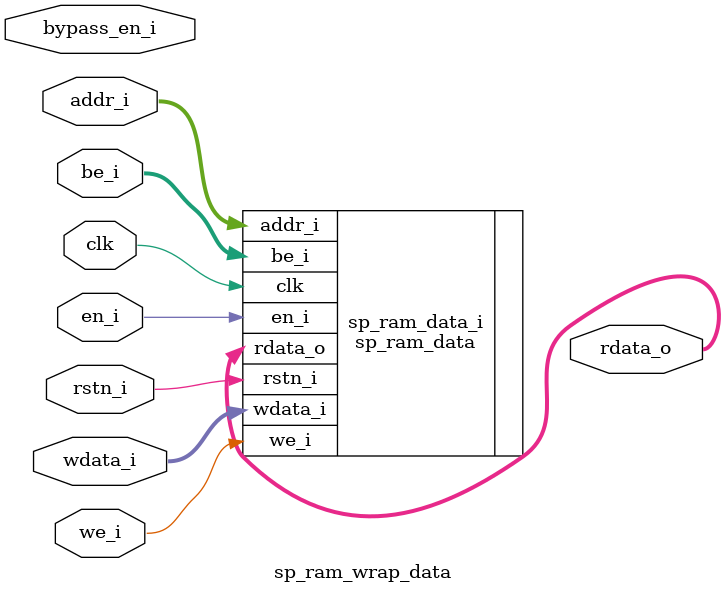
<source format=sv>

`include "config.sv"

module sp_ram_wrap_data
  #(
    parameter RAM_SIZE   = 32768,              // in bytes
    parameter ADDR_WIDTH = $clog2(RAM_SIZE),
    parameter DATA_WIDTH = 32
  )(
    // Clock and Reset
    input  logic                    clk,
    input  logic                    rstn_i,
    input  logic                    en_i,
    input  logic [ADDR_WIDTH-1:0]   addr_i,
    input  logic [DATA_WIDTH-1:0]   wdata_i,
    output logic [DATA_WIDTH-1:0]   rdata_o,
    input  logic                    we_i,
    input  logic [DATA_WIDTH/8-1:0] be_i,
    input  logic                    bypass_en_i
  );

`ifdef PULP_FPGA_EMUL
  xilinx_mem_8192x32
  sp_ram_i
  (
    .clka   ( clk                    ),
    .rsta   ( 1'b0                   ), // reset is active high

    .ena    ( en_i                   ),
    .addra  ( addr_i[ADDR_WIDTH-1:2] ),
    .dina   ( wdata_i                ),
    .douta  ( rdata_o                ),
    .wea    ( be_i & {4{we_i}}       )
  );

  // TODO: we should kill synthesis when the ram size is larger than what we
  // have here

`elsif ASIC
   // RAM bypass logic
   logic [31:0] ram_out_int;
   // assign rdata_o = (bypass_en_i) ? wdata_i : ram_out_int;
   assign rdata_o = ram_out_int;

   sp_ram_bank
   #(
    .NUM_BANKS  ( RAM_SIZE/4096 ),
    .BANK_SIZE  ( 1024          )
   )
   sp_ram_bank_i
   (
    .clk_i   ( clk                     ),
    .rstn_i  ( rstn_i                  ),
    .en_i    ( en_i                    ),
    .addr_i  ( addr_i                  ),
    .wdata_i ( wdata_i                 ),
    .rdata_o ( ram_out_int             ),
    .we_i    ( (we_i & ~bypass_en_i)   ),
    .be_i    ( be_i                    )
   );

`else
  sp_ram_data
  #(
    .ADDR_WIDTH ( ADDR_WIDTH ),
    .DATA_WIDTH ( DATA_WIDTH ),
    .NUM_WORDS  ( RAM_SIZE   )
  )
  sp_ram_data_i
  (
    .clk     ( clk       ),
    .rstn_i  ( rstn_i    ),
    .en_i    ( en_i      ),
    .addr_i  ( addr_i    ),
    .wdata_i ( wdata_i   ),
    .rdata_o ( rdata_o   ),
    .we_i    ( we_i      ),
    .be_i    ( be_i      )
  );
`endif

endmodule

</source>
